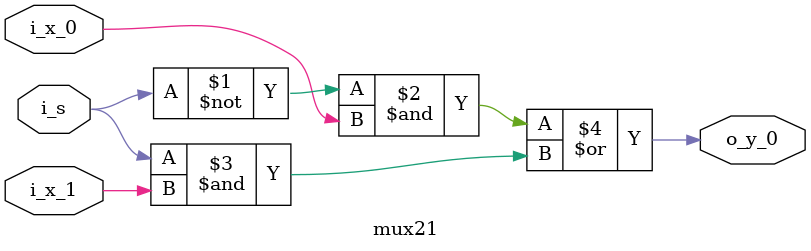
<source format=sv>
module mux21 
    (
        input logic i_x_0, 
        input logic i_x_1, 
        input logic i_s,
        output logic o_y_0 
    ); 

    assign o_y_0 = (~i_s & i_x_0) | (i_s & i_x_1);
    
endmodule
</source>
